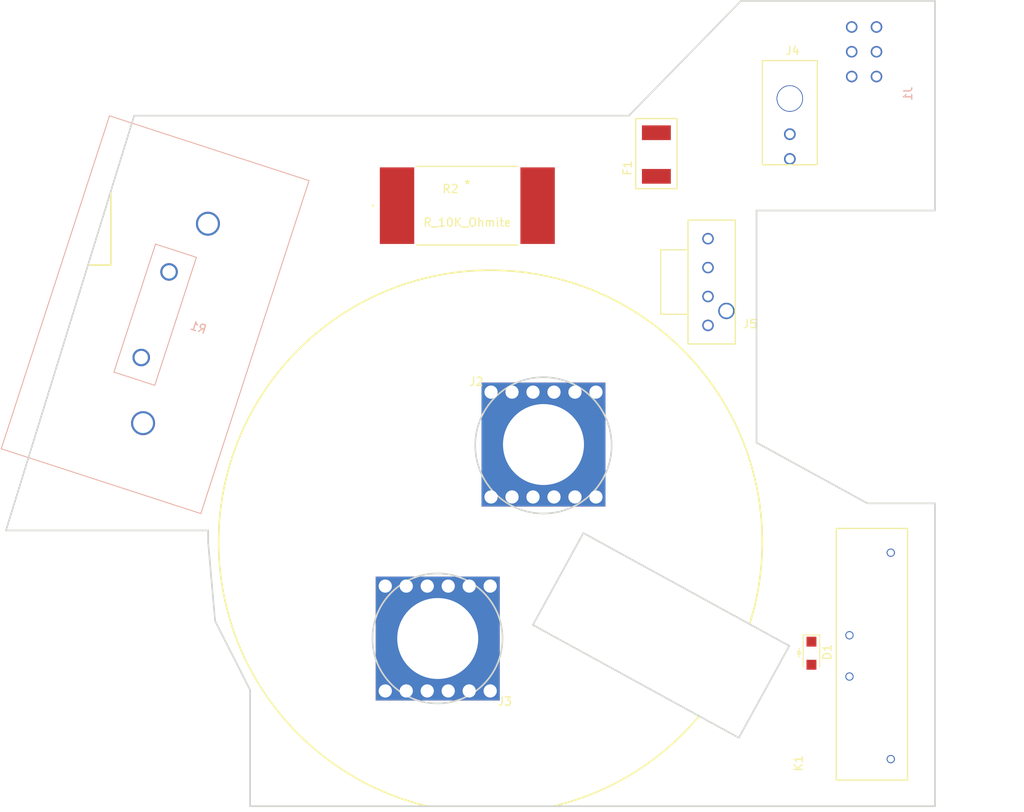
<source format=kicad_pcb>
(kicad_pcb (version 20171130) (host pcbnew 5.0.2-bee76a0~70~ubuntu18.04.1)

  (general
    (thickness 1.6)
    (drawings 26)
    (tracks 0)
    (zones 0)
    (modules 10)
    (nets 12)
  )

  (page A4)
  (layers
    (0 F.Cu signal)
    (31 B.Cu signal)
    (32 B.Adhes user)
    (33 F.Adhes user)
    (34 B.Paste user)
    (35 F.Paste user)
    (36 B.SilkS user)
    (37 F.SilkS user)
    (38 B.Mask user)
    (39 F.Mask user)
    (40 Dwgs.User user)
    (41 Cmts.User user)
    (42 Eco1.User user)
    (43 Eco2.User user)
    (44 Edge.Cuts user)
    (45 Margin user)
    (46 B.CrtYd user)
    (47 F.CrtYd user)
    (48 B.Fab user)
    (49 F.Fab user)
  )

  (setup
    (last_trace_width 0.25)
    (trace_clearance 0.2)
    (zone_clearance 0.508)
    (zone_45_only no)
    (trace_min 0.2)
    (segment_width 0.15)
    (edge_width 0.15)
    (via_size 0.8)
    (via_drill 0.4)
    (via_min_size 0.4)
    (via_min_drill 0.3)
    (uvia_size 0.3)
    (uvia_drill 0.1)
    (uvias_allowed no)
    (uvia_min_size 0.2)
    (uvia_min_drill 0.1)
    (pcb_text_width 0.3)
    (pcb_text_size 1.5 1.5)
    (mod_edge_width 0.15)
    (mod_text_size 1 1)
    (mod_text_width 0.15)
    (pad_size 1.524 1.524)
    (pad_drill 0.762)
    (pad_to_mask_clearance 0.2)
    (solder_mask_min_width 0.25)
    (aux_axis_origin 0 0)
    (visible_elements FFFFFF7F)
    (pcbplotparams
      (layerselection 0x010fc_ffffffff)
      (usegerberextensions false)
      (usegerberattributes false)
      (usegerberadvancedattributes false)
      (creategerberjobfile false)
      (excludeedgelayer true)
      (linewidth 0.100000)
      (plotframeref false)
      (viasonmask false)
      (mode 1)
      (useauxorigin false)
      (hpglpennumber 1)
      (hpglpenspeed 20)
      (hpglpendiameter 15.000000)
      (psnegative false)
      (psa4output false)
      (plotreference true)
      (plotvalue true)
      (plotinvisibletext false)
      (padsonsilk false)
      (subtractmaskfromsilk false)
      (outputformat 1)
      (mirror false)
      (drillshape 1)
      (scaleselection 1)
      (outputdirectory ""))
  )

  (net 0 "")
  (net 1 "Net-(K1-Pad2)")
  (net 2 /Precharge+)
  (net 3 /Precharge-)
  (net 4 /TS_Fuse-)
  (net 5 /TS-)
  (net 6 /AUX+)
  (net 7 /AUX-)
  (net 8 /Coil+)
  (net 9 /Coil-)
  (net 10 /BAT-)
  (net 11 /TSMP-)

  (net_class Default "This is the default net class."
    (clearance 0.2)
    (trace_width 0.25)
    (via_dia 0.8)
    (via_drill 0.4)
    (uvia_dia 0.3)
    (uvia_drill 0.1)
    (add_net /AUX+)
    (add_net /AUX-)
    (add_net /BAT-)
    (add_net /Coil+)
    (add_net /Coil-)
    (add_net /Precharge+)
    (add_net /Precharge-)
    (add_net /TS-)
    (add_net /TSMP-)
    (add_net /TS_Fuse-)
    (add_net "Net-(K1-Pad2)")
  )

  (module footprints:Fuse_1812 (layer F.Cu) (tedit 5A050C3C) (tstamp 5C7E3C2C)
    (at 233.1212 28.702 90)
    (path /5C7DEB87)
    (fp_text reference F1 (at 1 -3.5 90) (layer F.SilkS)
      (effects (font (size 1 1) (thickness 0.15)))
    )
    (fp_text value 200mA_Fuse (at 3 3.5 90) (layer F.Fab) hide
      (effects (font (size 1 1) (thickness 0.15)))
    )
    (fp_line (start -1.5 -2.5) (end 7 -2.5) (layer F.SilkS) (width 0.15))
    (fp_line (start 7 -2.5) (end 7 2.5) (layer F.SilkS) (width 0.15))
    (fp_line (start 7 2.5) (end -1.5 2.5) (layer F.SilkS) (width 0.15))
    (fp_line (start -1.5 2.5) (end -1.5 -2.5) (layer F.SilkS) (width 0.15))
    (pad 2 smd rect (at 5.28 0 90) (size 1.78 3.5) (layers F.Cu F.Paste F.Mask)
      (net 4 /TS_Fuse-))
    (pad 1 smd rect (at 0 0 90) (size 1.78 3.5) (layers F.Cu F.Paste F.Mask)
      (net 5 /TS-))
  )

  (module footprints:Meder-LI12 (layer F.Cu) (tedit 5C789108) (tstamp 5C7E3C4D)
    (at 261.493 99.2886 90)
    (path /5C7DE749)
    (fp_text reference K1 (at -0.508 -11.176 90) (layer F.SilkS)
      (effects (font (size 1 1) (thickness 0.15)))
    )
    (fp_text value "LI12-1A85(NO)" (at -0.508 -9.144 90) (layer F.Fab)
      (effects (font (size 1 1) (thickness 0.15)))
    )
    (fp_line (start -2.54 -6.604) (end 27.94 -6.604) (layer F.SilkS) (width 0.15))
    (fp_line (start 27.94 -6.604) (end 27.94 2.032) (layer F.SilkS) (width 0.15))
    (fp_line (start 27.94 2.032) (end -2.54 2.032) (layer F.SilkS) (width 0.15))
    (fp_line (start -2.54 2.032) (end -2.54 -6.604) (layer F.SilkS) (width 0.15))
    (pad 1 thru_hole circle (at 0 0 90) (size 1 1) (drill 0.75) (layers *.Cu *.Mask)
      (net 5 /TS-))
    (pad 2 thru_hole circle (at 25 0 90) (size 1 1) (drill 0.75) (layers *.Cu *.Mask)
      (net 1 "Net-(K1-Pad2)"))
    (pad 3 thru_hole circle (at 10 -5 90) (size 1 1) (drill 0.75) (layers *.Cu *.Mask)
      (net 3 /Precharge-))
    (pad 4 thru_hole circle (at 15 -5 90) (size 1 1) (drill 0.75) (layers *.Cu *.Mask)
      (net 2 /Precharge+))
    (model "${LOCAL_DIR}/OEM_Preferred_Parts/3DModels/Standex Meder Relay/Standex_Meder_Relay.STEP"
      (offset (xyz 12.5 2.5 0.5))
      (scale (xyz 1 1 1))
      (rotate (xyz -90 0 0))
    )
  )

  (module footprints:R_3k_HS_TO247 (layer B.Cu) (tedit 5AA20B8D) (tstamp 5C7E3C6D)
    (at 170.7642 50.6476 72)
    (descr "Resistor, Radial_Power series, Radial, pin pitch=5.00mm, 2W, length*width=11*7mm^2, http://www.vishay.com/docs/30218/cpcx.pdf")
    (tags "Resistor Radial_Power series Radial pin pitch 5.00mm 2W length 11mm width 7mm")
    (path /5C7DEA67)
    (fp_text reference R1 (at 5.588 5.461 -18) (layer B.SilkS)
      (effects (font (size 1 1) (thickness 0.15)) (justify mirror))
    )
    (fp_text value R_3K_HS (at 5.08 -5.08 72) (layer B.Fab) hide
      (effects (font (size 1 1) (thickness 0.15)) (justify mirror))
    )
    (fp_line (start -2.55 -2.4) (end -2.55 2.4) (layer B.Fab) (width 0.1))
    (fp_line (start -2.55 -2.4) (end 13.45 -2.4) (layer B.Fab) (width 0.1))
    (fp_line (start 13.45 -2.4) (end 13.45 2.4) (layer B.Fab) (width 0.1))
    (fp_line (start -2.55 2.4) (end 13.45 2.4) (layer B.Fab) (width 0.1))
    (fp_line (start -2.7 2.6) (end 13.6 2.6) (layer B.SilkS) (width 0.12))
    (fp_line (start -15.75 12.7) (end 26.65 12.7) (layer B.SilkS) (width 0.12))
    (fp_line (start -2.7 2.6) (end -2.7 -2.6) (layer B.SilkS) (width 0.12))
    (fp_line (start 13.6 2.6) (end 13.6 -2.6) (layer B.SilkS) (width 0.12))
    (fp_line (start -2.8 2.7) (end -2.8 -2.7) (layer B.CrtYd) (width 0.05))
    (fp_line (start 13.7 -2.7) (end -2.8 -2.7) (layer B.CrtYd) (width 0.05))
    (fp_line (start 13.7 -2.7) (end 13.7 2.7) (layer B.CrtYd) (width 0.05))
    (fp_line (start -2.8 2.7) (end 13.7 2.7) (layer B.CrtYd) (width 0.05))
    (fp_line (start -15.55 -12.5) (end 26.45 -12.5) (layer B.Fab) (width 0.1))
    (fp_line (start -15.55 12.5) (end 26.45 12.5) (layer B.Fab) (width 0.1))
    (fp_line (start -15.55 -12.5) (end -15.55 12.5) (layer B.Fab) (width 0.1))
    (fp_line (start 26.45 -12.5) (end 26.45 12.5) (layer B.Fab) (width 0.1))
    (fp_line (start -2.7 -2.6) (end 13.6 -2.6) (layer B.SilkS) (width 0.12))
    (fp_line (start -15.75 -12.7) (end 26.65 -12.7) (layer B.SilkS) (width 0.12))
    (fp_line (start 26.65 -12.7) (end 26.65 12.7) (layer B.SilkS) (width 0.12))
    (fp_line (start -15.75 -12.7) (end -15.75 12.7) (layer B.SilkS) (width 0.12))
    (fp_line (start -15.85 -12.8) (end 26.75 -12.8) (layer B.CrtYd) (width 0.05))
    (fp_line (start -15.85 12.8) (end 26.75 12.8) (layer B.CrtYd) (width 0.05))
    (fp_line (start -15.85 12.8) (end -15.85 -12.8) (layer B.CrtYd) (width 0.05))
    (fp_line (start 26.75 -12.8) (end 26.75 12.8) (layer B.CrtYd) (width 0.05))
    (pad 1 thru_hole circle (at 0 0 72) (size 2.12 2.12) (drill 1.62) (layers *.Cu *.Mask)
      (net 10 /BAT-))
    (pad 2 thru_hole circle (at 10.9 0 72) (size 2.12 2.12) (drill 1.62) (layers *.Cu *.Mask)
      (net 1 "Net-(K1-Pad2)"))
    (pad 4 thru_hole circle (at -7.493 2.67 72) (size 2.9 2.9) (drill 2.4) (layers *.Cu *.Mask))
    (pad 5 thru_hole circle (at 17.907 2.67 72) (size 2.9 2.9) (drill 2.4) (layers *.Cu *.Mask))
    (model ${LOCAL_DIR}/OEM_Preferred_Parts/3DModels/R_3K_heatsink/RA-T2X-51E_sp001_sp.step
      (at (xyz 0 0 0))
      (scale (xyz 1 1 1))
      (rotate (xyz 0 0 0))
    )
  )

  (module footprints:MicroFit_RA_06 (layer B.Cu) (tedit 5C789678) (tstamp 5C7E4EA4)
    (at 264.0838 13.6144 90)
    (path /5C7DEC71)
    (fp_text reference J1 (at -5.08 -0.508 -90) (layer B.SilkS)
      (effects (font (size 1 1) (thickness 0.15)) (justify mirror))
    )
    (fp_text value MicroFit_RA_06 (at -5.588 12.7 90) (layer B.Fab)
      (effects (font (size 1 1) (thickness 0.15)) (justify mirror))
    )
    (pad "" np_thru_hole circle (at 0 0 270) (size 3 3) (drill 3) (layers *.Cu *.Mask))
    (pad 1 thru_hole circle (at -3 -4.32 270) (size 1.4 1.4) (drill 1.02) (layers *.Cu *.Mask)
      (net 2 /Precharge+))
    (pad 2 thru_hole circle (at 0 -4.32 270) (size 1.4 1.4) (drill 1.02) (layers *.Cu *.Mask)
      (net 3 /Precharge-))
    (pad 3 thru_hole circle (at 3 -4.32 270) (size 1.4 1.4) (drill 1.02) (layers *.Cu *.Mask)
      (net 6 /AUX+))
    (pad 4 thru_hole circle (at -3 -7.32 270) (size 1.4 1.4) (drill 1.02) (layers *.Cu *.Mask)
      (net 7 /AUX-))
    (pad 5 thru_hole circle (at 0 -7.32 270) (size 1.4 1.4) (drill 1.02) (layers *.Cu *.Mask)
      (net 8 /Coil+))
    (pad 6 thru_hole circle (at 3 -7.32 270) (size 1.4 1.4) (drill 1.02) (layers *.Cu *.Mask)
      (net 9 /Coil-))
    (model ${LOCAL_DIR}/OEM_Preferred_Parts/3DModels/MicroFit-6-RA/MF_RA_06.stp
      (offset (xyz 0 -0.3809999942779541 3.174999952316284))
      (scale (xyz 1 1 1))
      (rotate (xyz -90 0 180))
    )
  )

  (module footprints:D_SOD-123W_OEM (layer F.Cu) (tedit 5C16A992) (tstamp 5CB25946)
    (at 251.8918 86.4616 270)
    (descr D_SOD-123F)
    (tags D_SOD-123F)
    (path /5CB53AF2)
    (attr smd)
    (fp_text reference D1 (at -0.127 -1.905 270) (layer F.SilkS)
      (effects (font (size 1 1) (thickness 0.15)))
    )
    (fp_text value SS110LW (at -0.25 2.1 270) (layer F.Fab) hide
      (effects (font (size 1 1) (thickness 0.25)))
    )
    (fp_line (start 0.1 1.5) (end 0.5 1.5) (layer F.SilkS) (width 0.1))
    (fp_line (start -0.2 1.5) (end 0.1 1.3) (layer F.SilkS) (width 0.1))
    (fp_line (start 0.1 1.3) (end 0.1 1.7) (layer F.SilkS) (width 0.1))
    (fp_line (start 0.1 1.7) (end -0.2 1.5) (layer F.SilkS) (width 0.1))
    (fp_line (start -0.6 1.5) (end -0.2 1.5) (layer F.SilkS) (width 0.1))
    (fp_line (start -0.2 1.5) (end -0.2 1.25) (layer F.SilkS) (width 0.1))
    (fp_line (start -0.2 1.25) (end -0.2 1.75) (layer F.SilkS) (width 0.1))
    (fp_text user %R (at -0.127 -1.905 270) (layer F.Fab) hide
      (effects (font (size 1 1) (thickness 0.15)))
    )
    (fp_line (start -2.2 -1) (end -2.2 1) (layer F.SilkS) (width 0.12))
    (fp_line (start 0.25 0) (end 0.75 0) (layer F.Fab) (width 0.1))
    (fp_line (start 0.25 0.4) (end -0.35 0) (layer F.Fab) (width 0.1))
    (fp_line (start 0.25 -0.4) (end 0.25 0.4) (layer F.Fab) (width 0.1))
    (fp_line (start -0.35 0) (end 0.25 -0.4) (layer F.Fab) (width 0.1))
    (fp_line (start -0.35 0) (end -0.35 0.55) (layer F.Fab) (width 0.1))
    (fp_line (start -0.35 0) (end -0.35 -0.55) (layer F.Fab) (width 0.1))
    (fp_line (start -0.75 0) (end -0.35 0) (layer F.Fab) (width 0.1))
    (fp_line (start -1.4 0.9) (end -1.4 -0.9) (layer F.Fab) (width 0.1))
    (fp_line (start 1.4 0.9) (end -1.4 0.9) (layer F.Fab) (width 0.1))
    (fp_line (start 1.4 -0.9) (end 1.4 0.9) (layer F.Fab) (width 0.1))
    (fp_line (start -1.4 -0.9) (end 1.4 -0.9) (layer F.Fab) (width 0.1))
    (fp_line (start -2.3 -1.15) (end 2.2 -1.15) (layer F.CrtYd) (width 0.05))
    (fp_line (start 2.2 -1.15) (end 2.2 1.15) (layer F.CrtYd) (width 0.05))
    (fp_line (start 2.2 1.15) (end -2.3 1.15) (layer F.CrtYd) (width 0.05))
    (fp_line (start -2.3 -1.15) (end -2.3 1.15) (layer F.CrtYd) (width 0.05))
    (fp_line (start -2.2 1) (end 1.65 1) (layer F.SilkS) (width 0.12))
    (fp_line (start -2.2 -1) (end 1.65 -1) (layer F.SilkS) (width 0.12))
    (pad 1 smd rect (at -1.4 0 270) (size 1.2 1.2) (layers F.Cu F.Paste F.Mask)
      (net 2 /Precharge+))
    (pad 2 smd rect (at 1.4 0 270) (size 1.2 1.2) (layers F.Cu F.Paste F.Mask)
      (net 3 /Precharge-))
    (model ${LOCAL_DIR}/OEM_Preferred_Parts/3DModels/SOD-123_OEM/SOD-123.step
      (at (xyz 0 0 0))
      (scale (xyz 1 1 1))
      (rotate (xyz 0 0 0))
    )
  )

  (module footprints:Redcube_7461166 (layer F.Cu) (tedit 5CB23ADC) (tstamp 5CB25947)
    (at 219.456 61.1886)
    (path /5CB3CF24)
    (fp_text reference J2 (at -8.128 -7.62) (layer F.SilkS)
      (effects (font (size 1 1) (thickness 0.15)))
    )
    (fp_text value Redcube_7461166 (at -4.064 -9.652) (layer F.Fab)
      (effects (font (size 1 1) (thickness 0.15)))
    )
    (pad 1 thru_hole rect (at 0 0) (size 15 15) (drill 9.8) (layers *.Cu *.Mask)
      (net 10 /BAT-))
    (pad 1 thru_hole circle (at 3.81 6.35) (size 1.7 1.7) (drill 1.6) (layers *.Cu *.Mask)
      (net 10 /BAT-))
    (pad 1 thru_hole circle (at 6.35 6.35) (size 1.7 1.7) (drill 1.6) (layers *.Cu *.Mask)
      (net 10 /BAT-))
    (pad 1 thru_hole circle (at 1.27 6.35) (size 1.7 1.7) (drill 1.6) (layers *.Cu *.Mask)
      (net 10 /BAT-))
    (pad 1 thru_hole circle (at -1.27 6.35) (size 1.7 1.7) (drill 1.6) (layers *.Cu *.Mask)
      (net 10 /BAT-))
    (pad 1 thru_hole circle (at -3.81 6.35) (size 1.7 1.7) (drill 1.6) (layers *.Cu *.Mask)
      (net 10 /BAT-))
    (pad 1 thru_hole circle (at -6.35 6.35) (size 1.7 1.7) (drill 1.6) (layers *.Cu *.Mask)
      (net 10 /BAT-))
    (pad 1 thru_hole circle (at 3.81 -6.35) (size 1.7 1.7) (drill 1.6) (layers *.Cu *.Mask)
      (net 10 /BAT-))
    (pad 1 thru_hole circle (at -1.27 -6.35) (size 1.7 1.7) (drill 1.6) (layers *.Cu *.Mask)
      (net 10 /BAT-))
    (pad 1 thru_hole circle (at 1.27 -6.35) (size 1.7 1.7) (drill 1.6) (layers *.Cu *.Mask)
      (net 10 /BAT-))
    (pad 1 thru_hole circle (at -6.35 -6.35) (size 1.7 1.7) (drill 1.6) (layers *.Cu *.Mask)
      (net 10 /BAT-))
    (pad 1 thru_hole circle (at 6.35 -6.35) (size 1.7 1.7) (drill 1.6) (layers *.Cu *.Mask)
      (net 10 /BAT-))
    (pad 1 thru_hole circle (at -3.81 -6.35) (size 1.7 1.7) (drill 1.6) (layers *.Cu *.Mask)
      (net 10 /BAT-))
    (model ${LOCAL_DIR}/OEM_Preferred_Parts/3DModels/RC_7461166/RC_7461166.stp
      (at (xyz 0 0 0))
      (scale (xyz 1 1 1))
      (rotate (xyz 0 0 0))
    )
  )

  (module footprints:Redcube_7461166 (layer F.Cu) (tedit 5CB23ADC) (tstamp 5CB25957)
    (at 206.6544 84.6836 180)
    (path /5CB415C6)
    (fp_text reference J3 (at -8.128 -7.62 180) (layer F.SilkS)
      (effects (font (size 1 1) (thickness 0.15)))
    )
    (fp_text value Redcube_7461166 (at -4.064 -9.652 180) (layer F.Fab)
      (effects (font (size 1 1) (thickness 0.15)))
    )
    (pad 1 thru_hole circle (at -3.81 -6.35 180) (size 1.7 1.7) (drill 1.6) (layers *.Cu *.Mask)
      (net 5 /TS-))
    (pad 1 thru_hole circle (at 6.35 -6.35 180) (size 1.7 1.7) (drill 1.6) (layers *.Cu *.Mask)
      (net 5 /TS-))
    (pad 1 thru_hole circle (at -6.35 -6.35 180) (size 1.7 1.7) (drill 1.6) (layers *.Cu *.Mask)
      (net 5 /TS-))
    (pad 1 thru_hole circle (at 1.27 -6.35 180) (size 1.7 1.7) (drill 1.6) (layers *.Cu *.Mask)
      (net 5 /TS-))
    (pad 1 thru_hole circle (at -1.27 -6.35 180) (size 1.7 1.7) (drill 1.6) (layers *.Cu *.Mask)
      (net 5 /TS-))
    (pad 1 thru_hole circle (at 3.81 -6.35 180) (size 1.7 1.7) (drill 1.6) (layers *.Cu *.Mask)
      (net 5 /TS-))
    (pad 1 thru_hole circle (at -6.35 6.35 180) (size 1.7 1.7) (drill 1.6) (layers *.Cu *.Mask)
      (net 5 /TS-))
    (pad 1 thru_hole circle (at -3.81 6.35 180) (size 1.7 1.7) (drill 1.6) (layers *.Cu *.Mask)
      (net 5 /TS-))
    (pad 1 thru_hole circle (at -1.27 6.35 180) (size 1.7 1.7) (drill 1.6) (layers *.Cu *.Mask)
      (net 5 /TS-))
    (pad 1 thru_hole circle (at 1.27 6.35 180) (size 1.7 1.7) (drill 1.6) (layers *.Cu *.Mask)
      (net 5 /TS-))
    (pad 1 thru_hole circle (at 6.35 6.35 180) (size 1.7 1.7) (drill 1.6) (layers *.Cu *.Mask)
      (net 5 /TS-))
    (pad 1 thru_hole circle (at 3.81 6.35 180) (size 1.7 1.7) (drill 1.6) (layers *.Cu *.Mask)
      (net 5 /TS-))
    (pad 1 thru_hole rect (at 0 0 180) (size 15 15) (drill 9.8) (layers *.Cu *.Mask)
      (net 5 /TS-))
    (model ${LOCAL_DIR}/OEM_Preferred_Parts/3DModels/RC_7461166/RC_7461166.stp
      (at (xyz 0 0 0))
      (scale (xyz 1 1 1))
      (rotate (xyz 0 0 0))
    )
  )

  (module footprints:MicroFit_RA_V_2 (layer F.Cu) (tedit 5C55CE73) (tstamp 5CB25971)
    (at 249.2756 19.2786)
    (path /5CB419D6)
    (fp_text reference J4 (at 0.3302 -5.7912) (layer F.SilkS)
      (effects (font (size 1 1) (thickness 0.15)))
    )
    (fp_text value MicroFit_RA_V_2 (at -2.3876 1.5494 90) (layer F.Fab)
      (effects (font (size 1 1) (thickness 0.15)))
    )
    (fp_line (start 3.325 8) (end 3.325 -4.6) (layer F.SilkS) (width 0.15))
    (fp_line (start -3.325 -4.6) (end -3.325 8) (layer F.SilkS) (width 0.15))
    (fp_line (start -3.3274 -4.5974) (end 3.3274 -4.5974) (layer F.SilkS) (width 0.15))
    (fp_line (start -3.3274 8.0264) (end 3.3274 8.0264) (layer F.SilkS) (width 0.15))
    (pad "" thru_hole circle (at 0 0) (size 3.2 3.2) (drill 3) (layers *.Cu *.Mask))
    (pad 1 thru_hole circle (at 0 4.32) (size 1.42 1.42) (drill 1.02) (layers *.Cu *.Mask)
      (net 4 /TS_Fuse-))
    (pad 2 thru_hole circle (at 0 7.32) (size 1.42 1.42) (drill 1.02) (layers *.Cu *.Mask)
      (net 11 /TSMP-))
  )

  (module footprints:Ultrafit_4 (layer F.Cu) (tedit 5C9D7519) (tstamp 5CB25986)
    (at 239.3696 41.5062)
    (path /5CB62D72)
    (fp_text reference J5 (at 5.08 5.08) (layer F.SilkS)
      (effects (font (size 1 1) (thickness 0.15)))
    )
    (fp_text value UF_4_VT (at 4.572 0.508 90) (layer F.Fab) hide
      (effects (font (size 1 1) (thickness 0.15)))
    )
    (fp_line (start -5.588 -3.81) (end -2.54 -3.81) (layer F.Fab) (width 0.15))
    (fp_line (start -2.54 -3.81) (end -2.54 3.81) (layer F.Fab) (width 0.15))
    (fp_line (start -2.54 3.81) (end -5.588 3.81) (layer F.Fab) (width 0.15))
    (fp_line (start -5.588 3.81) (end -5.588 -3.81) (layer F.Fab) (width 0.15))
    (fp_text user "6.55mm Clearance" (at -4.07 0 90) (layer F.Fab)
      (effects (font (size 0.5 0.5) (thickness 0.08)))
    )
    (fp_line (start -2.42 -3.9) (end -5.73 -3.9) (layer F.SilkS) (width 0.15))
    (fp_line (start -5.73 -3.9) (end -5.73 3.9) (layer F.SilkS) (width 0.15))
    (fp_line (start -5.73 3.9) (end -2.42 3.9) (layer F.SilkS) (width 0.15))
    (fp_line (start -2.42 7.5) (end 3.302 7.5) (layer F.SilkS) (width 0.15))
    (fp_line (start -2.42 -7.5) (end 3.302 -7.5) (layer F.SilkS) (width 0.15))
    (fp_line (start -2.42 7.5) (end -2.42 -7.5) (layer F.SilkS) (width 0.15))
    (fp_line (start 3.302 7.5) (end 3.302 -7.5) (layer F.SilkS) (width 0.15))
    (pad 2 thru_hole circle (at 0 1.75) (size 1.397 1.397) (drill 1.02) (layers *.Cu *.Mask)
      (net 7 /AUX-))
    (pad 1 thru_hole circle (at 0 5.25) (size 1.397 1.397) (drill 1.02) (layers *.Cu *.Mask)
      (net 6 /AUX+))
    (pad "" thru_hole circle (at 2.23 3.5) (size 1.981 1.981) (drill 1.6) (layers *.Cu *.Mask))
    (pad 3 thru_hole circle (at 0 -1.75 180) (size 1.397 1.397) (drill 1.02) (layers *.Cu *.Mask)
      (net 8 /Coil+))
    (pad 4 thru_hole circle (at 0 -5.25 180) (size 1.397 1.397) (drill 1.02) (layers *.Cu *.Mask)
      (net 9 /Coil-))
    (model ${LOCAL_DIR}/OEM_Preferred_Parts/3DModels/Ultrafit-4/1722861104.step
      (at (xyz 0 0 0))
      (scale (xyz 1 1 1))
      (rotate (xyz 0 0 0))
    )
  )

  (module footprints:RES_5S0 (layer F.Cu) (tedit 5CB242B4) (tstamp 5CB25987)
    (at 210.2358 32.258)
    (path /5CB50A22)
    (fp_text reference R2 (at -2.032 -2.032) (layer F.SilkS)
      (effects (font (size 1 1) (thickness 0.15)))
    )
    (fp_text value R_10K_Ohmite (at 0 2.032) (layer F.SilkS)
      (effects (font (size 1 1) (thickness 0.15)))
    )
    (fp_circle (center -11.43 0) (end -11.3538 0) (layer F.SilkS) (width 0.1524))
    (fp_circle (center -8.382 0) (end -8.3058 0) (layer F.Fab) (width 0.1524))
    (fp_line (start 10.8458 4.8895) (end -10.8458 4.8895) (layer F.CrtYd) (width 0.1524))
    (fp_line (start 10.8458 -4.8895) (end 10.8458 4.8895) (layer F.CrtYd) (width 0.1524))
    (fp_line (start -10.8458 -4.8895) (end 10.8458 -4.8895) (layer F.CrtYd) (width 0.1524))
    (fp_line (start -10.8458 4.8895) (end -10.8458 -4.8895) (layer F.CrtYd) (width 0.1524))
    (fp_line (start -10.2362 -4.6355) (end -10.2362 4.6355) (layer F.Fab) (width 0.1524))
    (fp_line (start 10.2362 -4.6355) (end -10.2362 -4.6355) (layer F.Fab) (width 0.1524))
    (fp_line (start 10.2362 4.6355) (end 10.2362 -4.6355) (layer F.Fab) (width 0.1524))
    (fp_line (start -10.2362 4.6355) (end 10.2362 4.6355) (layer F.Fab) (width 0.1524))
    (fp_line (start 6.11865 -4.7625) (end -6.11865 -4.7625) (layer F.SilkS) (width 0.1524))
    (fp_line (start -6.11865 4.7625) (end 6.11865 4.7625) (layer F.SilkS) (width 0.1524))
    (fp_line (start 10.2362 -4.6355) (end 6.4262 -4.6355) (layer F.Fab) (width 0.1524))
    (fp_line (start 10.2362 4.6355) (end 10.2362 -4.6355) (layer F.Fab) (width 0.1524))
    (fp_line (start 6.4262 4.6355) (end 10.2362 4.6355) (layer F.Fab) (width 0.1524))
    (fp_line (start 6.4262 -4.6355) (end 6.4262 4.6355) (layer F.Fab) (width 0.1524))
    (fp_line (start -10.2362 4.6355) (end -6.4262 4.6355) (layer F.Fab) (width 0.1524))
    (fp_line (start -10.2362 -4.6355) (end -10.2362 4.6355) (layer F.Fab) (width 0.1524))
    (fp_line (start -6.4262 -4.6355) (end -10.2362 -4.6355) (layer F.Fab) (width 0.1524))
    (fp_line (start -6.4262 4.6355) (end -6.4262 -4.6355) (layer F.Fab) (width 0.1524))
    (fp_text user * (at 0 0) (layer F.Fab)
      (effects (font (size 1 1) (thickness 0.15)))
    )
    (fp_text user * (at 0 -2.54) (layer F.SilkS)
      (effects (font (size 1 1) (thickness 0.15)))
    )
    (pad 2 smd rect (at 8.509 0) (size 4.1656 9.271) (layers F.Cu F.Paste F.Mask)
      (net 5 /TS-))
    (pad 1 smd rect (at -8.509 0) (size 4.1656 9.271) (layers F.Cu F.Paste F.Mask)
      (net 11 /TSMP-))
    (model ${LOCAL_DIR}/OEM_Preferred_Parts/3DModels/RW5S0FA10K0JE/RES_5S0.step
      (at (xyz 0 0 0))
      (scale (xyz 1 1 1))
      (rotate (xyz 0 0 0))
    )
  )

  (gr_line (start 179.705 82.55) (end 178.859795 72.982056) (layer Edge.Cuts) (width 0.2))
  (gr_line (start 183.939795 90.91021) (end 179.705 82.55) (layer Edge.Cuts) (width 0.2))
  (gr_circle (center 219.447451 61.289791) (end 227.702451 61.289791) (layer Edge.Cuts) (width 0.2))
  (gr_line (start 167.087692 30.488941) (end 167.087692 39.44962) (layer F.SilkS) (width 0.2))
  (gr_line (start 245.243753 60.951982) (end 245.243753 32.84562) (layer Edge.Cuts) (width 0.2))
  (gr_line (start 183.939795 104.99432) (end 183.939795 90.91021) (layer Edge.Cuts) (width 0.2))
  (gr_arc (start 213.035495 72.982056) (end 244.398546 82.939172) (angle -274.2) (layer F.SilkS) (width 0.2))
  (gr_line (start 178.859795 71.59432) (end 154.387692 71.59432) (layer Edge.Cuts) (width 0.2))
  (gr_line (start 258.671022 68.315402) (end 266.843753 68.315402) (layer Edge.Cuts) (width 0.2))
  (gr_line (start 243.371205 7.44562) (end 229.796709 21.351009) (layer Edge.Cuts) (width 0.2))
  (gr_line (start 266.843753 7.44562) (end 243.371205 7.44562) (layer Edge.Cuts) (width 0.2))
  (gr_line (start 266.843753 32.84562) (end 266.843753 7.44562) (layer Edge.Cuts) (width 0.2))
  (gr_line (start 245.243753 32.84562) (end 266.843753 32.84562) (layer Edge.Cuts) (width 0.2))
  (gr_line (start 266.843753 68.315402) (end 266.843753 104.99432) (layer Edge.Cuts) (width 0.2))
  (gr_line (start 266.843753 104.99432) (end 183.939795 104.99432) (layer Edge.Cuts) (width 0.2))
  (gr_line (start 169.910965 21.351009) (end 229.796709 21.351009) (layer Edge.Cuts) (width 0.2))
  (gr_line (start 178.859795 72.982056) (end 178.859795 71.59432) (layer Edge.Cuts) (width 0.2))
  (gr_line (start 154.387692 71.59432) (end 169.910965 21.351009) (layer Edge.Cuts) (width 0.2))
  (gr_line (start 167.087692 39.44962) (end 164.319182 39.44962) (layer F.SilkS) (width 0.2))
  (gr_arc (start 213.035495 72.982056) (end 220.651269 104.99432) (angle -36.8) (layer F.SilkS) (width 0.2))
  (gr_line (start 218.175376 83.04289) (end 243.09913 96.710902) (layer Edge.Cuts) (width 0.2))
  (gr_circle (center 206.62354 84.67432) (end 214.49754 84.67432) (layer Edge.Cuts) (width 0.2))
  (gr_line (start 245.243753 60.951982) (end 258.671022 68.315402) (layer Edge.Cuts) (width 0.2))
  (gr_line (start 249.205755 85.575412) (end 243.09913 96.710902) (layer Edge.Cuts) (width 0.2))
  (gr_line (start 224.282 71.9074) (end 218.175376 83.04289) (layer Edge.Cuts) (width 0.2))
  (gr_line (start 224.282 71.9074) (end 249.205755 85.575412) (layer Edge.Cuts) (width 0.2))

)

</source>
